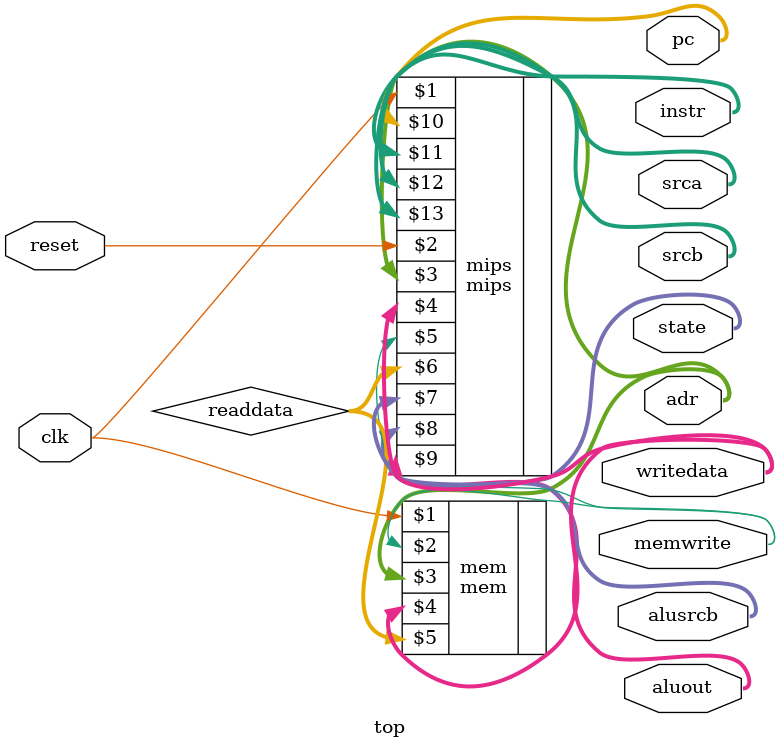
<source format=sv>
 module top(input  logic        clk, reset,
              output logic [31:0] writedata, adr,
              output logic        memwrite,
				  output logic [3:0] state,
				  output logic [1:0]  alusrcb,
				  output logic [31:0] aluout,
				  output logic [31:0] pc,
				  output logic [31:0] instr,
				  output logic [31:0] srca, srcb); // test
     logic [31:0] readdata;
     // задать процессор и память
     mips mips(clk, reset, adr, writedata, memwrite, readdata, state, alusrcb, 
	  aluout, pc, instr, srca, srcb); // test
	  
     mem mem(clk, memwrite, adr, writedata, readdata);
endmodule

</source>
